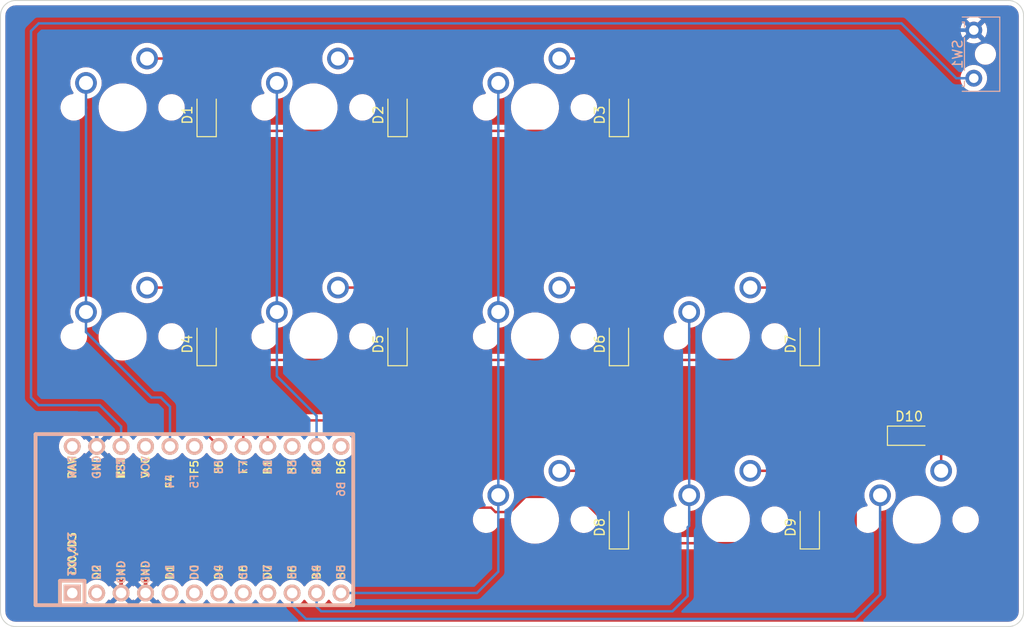
<source format=kicad_pcb>
(kicad_pcb (version 20211014) (generator pcbnew)
  (layers (0 "F.Cu" signal) (31 "B.Cu" signal) (34 "B.Paste" user) (35 "F.Paste" user) (36 "B.SilkS" user "B.Silkscreen") (37 "F.SilkS" user "F.Silkscreen") (38 "B.Mask" user) (39 "F.Mask" user) (44 "Edge.Cuts" user))
  (net 0 "")
  (net 1 "/ROW0")
  (net 2 "Net-(D1-Pad2)")
  (net 3 "Net-(D2-Pad2)")
  (net 4 "Net-(D3-Pad2)")
  (net 5 "/ROW1")
  (net 6 "Net-(D4-Pad2)")
  (net 7 "Net-(D5-Pad2)")
  (net 8 "Net-(D6-Pad2)")
  (net 9 "Net-(D7-Pad2)")
  (net 10 "/ROW2")
  (net 11 "Net-(D8-Pad2)")
  (net 12 "Net-(D9-Pad2)")
  (net 13 "Net-(D10-Pad2)")
  (net 14 "/COL0")
  (net 15 "/COL1")
  (net 16 "/COL2")
  (net 17 "/COL3")
  (net 18 "/COL4")
  (net 19 "GND")
  (net 20 "Net-(SW1-Pad1)")
  (net 28 "+5V")
  (footprint "Diode_SMD:D_SOD-123" (layer "F.Cu") (at 150.01875 73.81875 90)
    (fp_text reference "D4" (at 0 -2 90) (layer "F.SilkS"))
    (fp_text value "D_Small")
    (fp_line (start -2.25 -1) (end 1.65 -1) (layer "F.SilkS") (width 0.12))
    (fp_line (start -2.25 -1) (end -2.25 1) (layer "F.SilkS") (width 0.12))
    (fp_line (start -2.25 1) (end 1.65 1) (layer "F.SilkS") (width 0.12))
    (pad "1" smd rect (at -1.65 0 90) (size 0.9 1.2) (layers "F.Cu" "F.Paste" "F.Mask") (net 5 "/ROW1"))
    (pad "2" smd rect (at 1.65 0 90) (size 0.9 1.2) (layers "F.Cu" "F.Paste" "F.Mask") (net 6 "Net-(D4-Pad2)"))
  )
  (footprint "Diode_SMD:D_SOD-123" (layer "F.Cu") (at 212.725 73.81875 90)
    (fp_text reference "D7" (at 0 -2 90) (layer "F.SilkS"))
    (fp_text value "D_Small")
    (fp_line (start -2.25 -1) (end -2.25 1) (layer "F.SilkS") (width 0.12))
    (fp_line (start -2.25 1) (end 1.65 1) (layer "F.SilkS") (width 0.12))
    (fp_line (start -2.25 -1) (end 1.65 -1) (layer "F.SilkS") (width 0.12))
    (pad "1" smd rect (at -1.65 0 90) (size 0.9 1.2) (layers "F.Cu" "F.Paste" "F.Mask") (net 5 "/ROW1"))
    (pad "2" smd rect (at 1.65 0 90) (size 0.9 1.2) (layers "F.Cu" "F.Paste" "F.Mask") (net 9 "Net-(D7-Pad2)"))
  )
  (footprint "MX_Only:MXOnly-1U-NoLED" (layer "F.Cu") (at 184.15 49.2125)
    (fp_text reference "MX3")
    (fp_text value "MX-NoLED")
    (pad "" np_thru_hole circle locked (at 0 0) (size 3.9878 3.9878) (drill 3.9878) (layers *.Cu *.Mask))
    (pad "" np_thru_hole circle locked (at -5.08 0 48.0996) (size 1.75 1.75) (drill 1.75) (layers *.Cu *.Mask))
    (pad "" np_thru_hole circle locked (at 5.08 0 48.0996) (size 1.75 1.75) (drill 1.75) (layers *.Cu *.Mask))
    (pad "1" thru_hole circle locked (at -3.81 -2.54) (size 2.25 2.25) (drill 1.47) (layers *.Cu "B.Mask") (net 16 "/COL2"))
    (pad "2" thru_hole circle locked (at 2.54 -5.08) (size 2.25 2.25) (drill 1.47) (layers *.Cu "B.Mask") (net 4 "Net-(D3-Pad2)"))
  )
  (footprint "MX_Only:MXOnly-1U-NoLED" (layer "F.Cu") (at 203.99375 73.025)
    (fp_text reference "MX7")
    (fp_text value "MX-NoLED")
    (pad "" np_thru_hole circle locked (at 5.08 0 48.0996) (size 1.75 1.75) (drill 1.75) (layers *.Cu *.Mask))
    (pad "" np_thru_hole circle locked (at 0 0) (size 3.9878 3.9878) (drill 3.9878) (layers *.Cu *.Mask))
    (pad "" np_thru_hole circle locked (at -5.08 0 48.0996) (size 1.75 1.75) (drill 1.75) (layers *.Cu *.Mask))
    (pad "1" thru_hole circle locked (at -3.81 -2.54) (size 2.25 2.25) (drill 1.47) (layers *.Cu "B.Mask") (net 17 "/COL3"))
    (pad "2" thru_hole circle locked (at 2.54 -5.08) (size 2.25 2.25) (drill 1.47) (layers *.Cu "B.Mask") (net 9 "Net-(D7-Pad2)"))
  )
  (footprint "MX_Only:MXOnly-1U-NoLED" (layer "F.Cu") (at 161.13125 73.025)
    (fp_text reference "MX5")
    (fp_text value "MX-NoLED")
    (pad "" np_thru_hole circle locked (at 5.08 0 48.0996) (size 1.75 1.75) (drill 1.75) (layers *.Cu *.Mask))
    (pad "" np_thru_hole circle locked (at -5.08 0 48.0996) (size 1.75 1.75) (drill 1.75) (layers *.Cu *.Mask))
    (pad "" np_thru_hole circle locked (at 0 0) (size 3.9878 3.9878) (drill 3.9878) (layers *.Cu *.Mask))
    (pad "1" thru_hole circle locked (at -3.81 -2.54) (size 2.25 2.25) (drill 1.47) (layers *.Cu "B.Mask") (net 15 "/COL1"))
    (pad "2" thru_hole circle locked (at 2.54 -5.08) (size 2.25 2.25) (drill 1.47) (layers *.Cu "B.Mask") (net 7 "Net-(D5-Pad2)"))
  )
  (footprint "MX_Only:MXOnly-1U-NoLED" (layer "F.Cu") (at 161.13125 49.2125)
    (fp_text reference "MX2")
    (fp_text value "MX-NoLED")
    (pad "" np_thru_hole circle locked (at 5.08 0 48.0996) (size 1.75 1.75) (drill 1.75) (layers *.Cu *.Mask))
    (pad "" np_thru_hole circle locked (at 0 0) (size 3.9878 3.9878) (drill 3.9878) (layers *.Cu *.Mask))
    (pad "" np_thru_hole circle locked (at -5.08 0 48.0996) (size 1.75 1.75) (drill 1.75) (layers *.Cu *.Mask))
    (pad "1" thru_hole circle locked (at -3.81 -2.54) (size 2.25 2.25) (drill 1.47) (layers *.Cu "B.Mask") (net 15 "/COL1"))
    (pad "2" thru_hole circle locked (at 2.54 -5.08) (size 2.25 2.25) (drill 1.47) (layers *.Cu "B.Mask") (net 3 "Net-(D2-Pad2)"))
  )
  (footprint "MX_Only:MXOnly-1U-NoLED" (layer "F.Cu") (at 141.2875 73.025)
    (fp_text reference "MX4")
    (fp_text value "MX-NoLED")
    (pad "" np_thru_hole circle locked (at 0 0) (size 3.9878 3.9878) (drill 3.9878) (layers *.Cu *.Mask))
    (pad "" np_thru_hole circle locked (at -5.08 0 48.0996) (size 1.75 1.75) (drill 1.75) (layers *.Cu *.Mask))
    (pad "" np_thru_hole circle locked (at 5.08 0 48.0996) (size 1.75 1.75) (drill 1.75) (layers *.Cu *.Mask))
    (pad "1" thru_hole circle locked (at -3.81 -2.54) (size 2.25 2.25) (drill 1.47) (layers *.Cu "B.Mask") (net 14 "/COL0"))
    (pad "2" thru_hole circle locked (at 2.54 -5.08) (size 2.25 2.25) (drill 1.47) (layers *.Cu "B.Mask") (net 6 "Net-(D4-Pad2)"))
  )
  (footprint "MX_Only:MXOnly-1U-NoLED" (layer "F.Cu") (at 184.15 73.025)
    (fp_text reference "MX6")
    (fp_text value "MX-NoLED")
    (pad "" np_thru_hole circle locked (at -5.08 0 48.0996) (size 1.75 1.75) (drill 1.75) (layers *.Cu *.Mask))
    (pad "" np_thru_hole circle locked (at 5.08 0 48.0996) (size 1.75 1.75) (drill 1.75) (layers *.Cu *.Mask))
    (pad "" np_thru_hole circle locked (at 0 0) (size 3.9878 3.9878) (drill 3.9878) (layers *.Cu *.Mask))
    (pad "1" thru_hole circle locked (at -3.81 -2.54) (size 2.25 2.25) (drill 1.47) (layers *.Cu "B.Mask") (net 16 "/COL2"))
    (pad "2" thru_hole circle locked (at 2.54 -5.08) (size 2.25 2.25) (drill 1.47) (layers *.Cu "B.Mask") (net 8 "Net-(D6-Pad2)"))
  )
  (footprint "Diode_SMD:D_SOD-123" (layer "F.Cu") (at 192.88125 92.86875 90)
    (fp_text reference "D8" (at 0 -2 90) (layer "F.SilkS"))
    (fp_text value "D_Small")
    (fp_line (start -2.25 -1) (end 1.65 -1) (layer "F.SilkS") (width 0.12))
    (fp_line (start -2.25 1) (end 1.65 1) (layer "F.SilkS") (width 0.12))
    (fp_line (start -2.25 -1) (end -2.25 1) (layer "F.SilkS") (width 0.12))
    (pad "1" smd rect (at -1.65 0 90) (size 0.9 1.2) (layers "F.Cu" "F.Paste" "F.Mask") (net 10 "/ROW2"))
    (pad "2" smd rect (at 1.65 0 90) (size 0.9 1.2) (layers "F.Cu" "F.Paste" "F.Mask") (net 11 "Net-(D8-Pad2)"))
  )
  (footprint "Diode_SMD:D_SOD-123" (layer "F.Cu") (at 212.725 92.86875 90)
    (fp_text reference "D9" (at 0 -2 90) (layer "F.SilkS"))
    (fp_text value "D_Small")
    (fp_line (start -2.25 -1) (end 1.65 -1) (layer "F.SilkS") (width 0.12))
    (fp_line (start -2.25 1) (end 1.65 1) (layer "F.SilkS") (width 0.12))
    (fp_line (start -2.25 -1) (end -2.25 1) (layer "F.SilkS") (width 0.12))
    (pad "1" smd rect (at -1.65 0 90) (size 0.9 1.2) (layers "F.Cu" "F.Paste" "F.Mask") (net 10 "/ROW2"))
    (pad "2" smd rect (at 1.65 0 90) (size 0.9 1.2) (layers "F.Cu" "F.Paste" "F.Mask") (net 12 "Net-(D9-Pad2)"))
  )
  (footprint "Diode_SMD:D_SOD-123" (layer "F.Cu") (at 169.8625 73.81875 90)
    (fp_text reference "D5" (at 0 -2 90) (layer "F.SilkS"))
    (fp_text value "D_Small")
    (fp_line (start -2.25 -1) (end 1.65 -1) (layer "F.SilkS") (width 0.12))
    (fp_line (start -2.25 1) (end 1.65 1) (layer "F.SilkS") (width 0.12))
    (fp_line (start -2.25 -1) (end -2.25 1) (layer "F.SilkS") (width 0.12))
    (pad "1" smd rect (at -1.65 0 90) (size 0.9 1.2) (layers "F.Cu" "F.Paste" "F.Mask") (net 5 "/ROW1"))
    (pad "2" smd rect (at 1.65 0 90) (size 0.9 1.2) (layers "F.Cu" "F.Paste" "F.Mask") (net 7 "Net-(D5-Pad2)"))
  )
  (footprint "Diode_SMD:D_SOD-123" (layer "F.Cu") (at 192.88125 73.81875 90)
    (fp_text reference "D6" (at 0 -2 90) (layer "F.SilkS"))
    (fp_text value "D_Small")
    (fp_line (start -2.25 -1) (end 1.65 -1) (layer "F.SilkS") (width 0.12))
    (fp_line (start -2.25 1) (end 1.65 1) (layer "F.SilkS") (width 0.12))
    (fp_line (start -2.25 -1) (end -2.25 1) (layer "F.SilkS") (width 0.12))
    (pad "1" smd rect (at -1.65 0 90) (size 0.9 1.2) (layers "F.Cu" "F.Paste" "F.Mask") (net 5 "/ROW1"))
    (pad "2" smd rect (at 1.65 0 90) (size 0.9 1.2) (layers "F.Cu" "F.Paste" "F.Mask") (net 8 "Net-(D6-Pad2)"))
  )
  (footprint "MX_Only:MXOnly-1U-NoLED" (layer "F.Cu") (at 203.99375 92.075)
    (fp_text reference "MX9")
    (fp_text value "MX-NoLED")
    (pad "" np_thru_hole circle locked (at 0 0) (size 3.9878 3.9878) (drill 3.9878) (layers *.Cu *.Mask))
    (pad "" np_thru_hole circle locked (at 5.08 0 48.0996) (size 1.75 1.75) (drill 1.75) (layers *.Cu *.Mask))
    (pad "" np_thru_hole circle locked (at -5.08 0 48.0996) (size 1.75 1.75) (drill 1.75) (layers *.Cu *.Mask))
    (pad "1" thru_hole circle locked (at -3.81 -2.54) (size 2.25 2.25) (drill 1.47) (layers *.Cu "B.Mask") (net 17 "/COL3"))
    (pad "2" thru_hole circle locked (at 2.54 -5.08) (size 2.25 2.25) (drill 1.47) (layers *.Cu "B.Mask") (net 12 "Net-(D9-Pad2)"))
  )
  (footprint "MX_Only:MXOnly-1U-NoLED" (layer "F.Cu") (at 184.15 92.075)
    (fp_text reference "MX8")
    (fp_text value "MX-NoLED")
    (pad "" np_thru_hole circle locked (at 5.08 0 48.0996) (size 1.75 1.75) (drill 1.75) (layers *.Cu *.Mask))
    (pad "" np_thru_hole circle locked (at -5.08 0 48.0996) (size 1.75 1.75) (drill 1.75) (layers *.Cu *.Mask))
    (pad "" np_thru_hole circle locked (at 0 0) (size 3.9878 3.9878) (drill 3.9878) (layers *.Cu *.Mask))
    (pad "1" thru_hole circle locked (at -3.81 -2.54) (size 2.25 2.25) (drill 1.47) (layers *.Cu "B.Mask") (net 16 "/COL2"))
    (pad "2" thru_hole circle locked (at 2.54 -5.08) (size 2.25 2.25) (drill 1.47) (layers *.Cu "B.Mask") (net 11 "Net-(D8-Pad2)"))
  )
  (footprint "Diode_SMD:D_SOD-123" (layer "F.Cu") (at 150.01875 50.00625 90)
    (fp_text reference "D1" (at 0 -2 90) (layer "F.SilkS"))
    (fp_text value "D_Small")
    (fp_line (start -2.25 1) (end 1.65 1) (layer "F.SilkS") (width 0.12))
    (fp_line (start -2.25 -1) (end 1.65 -1) (layer "F.SilkS") (width 0.12))
    (fp_line (start -2.25 -1) (end -2.25 1) (layer "F.SilkS") (width 0.12))
    (pad "1" smd rect (at -1.65 0 90) (size 0.9 1.2) (layers "F.Cu" "F.Paste" "F.Mask") (net 1 "/ROW0"))
    (pad "2" smd rect (at 1.65 0 90) (size 0.9 1.2) (layers "F.Cu" "F.Paste" "F.Mask") (net 2 "Net-(D1-Pad2)"))
  )
  (footprint "Keebio-Parts:ArduinoProMicro" (layer "F.Cu") (at 150.01875 92.075)
    (fp_text reference "U1" hide)
    (fp_text value "ProMicro" hide)
    (fp_text user "GND" (at -8.89 5.461 90) (layer "B.SilkS") (effects (font (size 0.8 0.8)) (justify mirror)))
    (fp_text user "D0" (at -1.27 5.461 90) (layer "B.SilkS") (effects (font (size 0.8 0.8)) (justify mirror)))
    (fp_text user "F5" (at -1.27 -3.96875 90) (layer "B.SilkS") (effects (font (size 0.8 0.8)) (justify mirror)))
    (fp_text user "B1" (at 6.35 -5.461 90) (layer "B.SilkS") (effects (font (size 0.8 0.8)) (justify mirror)))
    (fp_text user "VCC" (at -6.35 -5.461 90) (layer "B.SilkS") (effects (font (size 0.8 0.8)) (justify mirror)))
    (fp_text user "F7" (at 3.81 -5.461 90) (layer "B.SilkS") (effects (font (size 0.8 0.8)) (justify mirror)))
    (fp_text user "C6" (at 3.81 5.461 90) (layer "B.SilkS") (effects (font (size 0.8 0.8)) (justify mirror)))
    (fp_text user "ST" (at -8.91 -5.04 90) (layer "B.SilkS") (effects (font (size 0.8 0.8)) (justify mirror)))
    (fp_text user "F4" (at -3.81 -3.96875 90) (layer "B.SilkS") (effects (font (size 0.8 0.8)) (justify mirror)))
    (fp_text user "RAW" (at -13.97 -5.461 90) (layer "B.SilkS") (effects (font (size 0.8 0.8)) (justify mirror)))
    (fp_text user "F6" (at 1.27 -5.461 90) (layer "B.SilkS") (effects (font (size 0.8 0.8)) (justify mirror)))
    (fp_text user "B6" (at 13.97 -3.175 90) (layer "B.SilkS") (effects (font (size 0.8 0.8)) (justify mirror)))
    (fp_text user "B2" (at 11.43 -5.461 90) (layer "B.SilkS") (effects (font (size 0.8 0.8)) (justify mirror)))
    (fp_text user "D1" (at -3.81 5.461 90) (layer "B.SilkS") (effects (font (size 0.8 0.8)) (justify mirror)))
    (fp_text user "D7" (at 6.35 5.461 90) (layer "B.SilkS") (effects (font (size 0.8 0.8)) (justify mirror)))
    (fp_text user "D2" (at -11.43 5.461 90) (layer "B.SilkS") (effects (font (size 0.8 0.8)) (justify mirror)))
    (fp_text user "B4" (at 11.43 5.461 90) (layer "B.SilkS") (effects (font (size 0.8 0.8)) (justify mirror)))
    (fp_text user "E6" (at 8.89 5.461 90) (layer "B.SilkS") (effects (font (size 0.8 0.8)) (justify mirror)))
    (fp_text user "B3" (at 8.89 -5.461 90) (layer "B.SilkS") (effects (font (size 0.8 0.8)) (justify mirror)))
    (fp_text user "GND" (at -6.35 5.461 90) (layer "B.SilkS") (effects (font (size 0.8 0.8)) (justify mirror)))
    (fp_text user "B5" (at 13.97 5.461 90) (layer "B.SilkS") (effects (font (size 0.8 0.8)) (justify mirror)))
    (fp_text user "TX0/D3" (at -13.97 3.571872 90) (layer "B.SilkS") (effects (font (size 0.8 0.8)) (justify mirror)))
    (fp_text user "D4" (at 1.27 5.461 90) (layer "B.SilkS") (effects (font (size 0.8 0.8)) (justify mirror)))
    (fp_text user "GND" (at -11.43 -5.461 90) (layer "B.SilkS") (effects (font (size 0.8 0.8)) (justify mirror)))
    (fp_text user "B4" (at 11.43 5.461 90) (layer "F.SilkS") (effects (font (size 0.8 0.8))))
    (fp_text user "GND" (at -6.35 5.461 90) (layer "F.SilkS") (effects (font (size 0.8 0.8))))
    (fp_text user "TX0/D3" (at -13.97 3.571872 90) (layer "F.SilkS") (effects (font (size 0.8 0.8))))
    (fp_text user "ST" (at -8.92 -5.73312 90) (layer "F.SilkS") (effects (font (size 0.8 0.8))))
    (fp_text user "D4" (at 1.27 5.461 90) (layer "F.SilkS") (effects (font (size 0.8 0.8))))
    (fp_text user "E6" (at 8.89 5.461 90) (layer "F.SilkS") (effects (font (size 0.8 0.8))))
    (fp_text user "RAW" (at -13.97 -5.461 90) (layer "F.SilkS") (effects (font (size 0.8 0.8))))
    (fp_text user "B2" (at 11.43 -5.461 90) (layer "F.SilkS") (effects (font (size 0.8 0.8))))
    (fp_text user "B6" (at 13.97 -5.461 90) (layer "F.SilkS") (effects (font (size 0.8 0.8))))
    (fp_text user "F6" (at 1.27 -5.461 90) (layer "F.SilkS") (effects (font (size 0.8 0.8))))
    (fp_text user "F7" (at 3.81 -5.461 90) (layer "F.SilkS") (effects (font (size 0.8 0.8))))
    (fp_text user "D2" (at -11.43 5.461 90) (layer "F.SilkS") (effects (font (size 0.8 0.8))))
    (fp_text user "C6" (at 3.81 5.461 90) (layer "F.SilkS") (effects (font (size 0.8 0.8))))
    (fp_text user "D7" (at 6.35 5.461 90) (layer "F.SilkS") (effects (font (size 0.8 0.8))))
    (fp_text user "B5" (at 13.97 5.461 90) (layer "F.SilkS") (effects (font (size 0.8 0.8))))
    (fp_text user "B3" (at 8.89 -5.461 90) (layer "F.SilkS") (effects (font (size 0.8 0.8))))
    (fp_text user "GND" (at -11.43 -5.461 90) (layer "F.SilkS") (effects (font (size 0.8 0.8))))
    (fp_text user "VCC" (at -6.35 -5.461 90) (layer "F.SilkS") (effects (font (size 0.8 0.8))))
    (fp_text user "F4" (at -3.81 -3.96875 90) (layer "F.SilkS") (effects (font (size 0.8 0.8))))
    (fp_text user "GND" (at -8.89 5.461 90) (layer "F.SilkS") (effects (font (size 0.8 0.8))))
    (fp_text user "F5" (at -1.27 -5.461 90) (layer "F.SilkS") (effects (font (size 0.8 0.8))))
    (fp_text user "D0" (at -1.27 5.461 90) (layer "F.SilkS") (effects (font (size 0.8 0.8))))
    (fp_text user "D1" (at -3.81 5.461 90) (layer "F.SilkS") (effects (font (size 0.8 0.8))))
    (fp_text user "B1" (at 6.35 -5.461 90) (layer "F.SilkS") (effects (font (size 0.8 0.8))))
    (fp_line (start -12.7 6.35) (end -12.7 8.89) (layer "B.SilkS") (width 0.381))
    (fp_line (start 15.24 8.89) (end 15.24 -8.89) (layer "B.SilkS") (width 0.381))
    (fp_line (start -15.24 6.35) (end -12.7 6.35) (layer "B.SilkS") (width 0.381))
    (fp_line (start 15.24 -8.89) (end -17.78 -8.89) (layer "B.SilkS") (width 0.381))
    (fp_line (start -17.78 8.89) (end 15.24 8.89) (layer "B.SilkS") (width 0.381))
    (fp_line (start -15.24 6.35) (end -15.24 8.89) (layer "B.SilkS") (width 0.381))
    (fp_line (start -17.78 -8.89) (end -17.78 8.89) (layer "B.SilkS") (width 0.381))
    (fp_poly (pts (xy -8.75097 -5.844635) (xy -8.55097 -5.844635) (xy -8.55097 -5.944635) (xy -8.75097 -5.944635)) (layer "B.SilkS") (width 0.15) (fill solid))
    (fp_poly (pts (xy -9.35097 -6.244635) (xy -8.55097 -6.244635) (xy -8.55097 -6.344635) (xy -9.35097 -6.344635)) (layer "B.SilkS") (width 0.15) (fill solid))
    (fp_poly (pts (xy -9.35097 -5.844635) (xy -9.25097 -5.844635) (xy -9.25097 -6.344635) (xy -9.35097 -6.344635)) (layer "B.SilkS") (width 0.15) (fill solid))
    (fp_poly (pts (xy -9.35097 -5.844635) (xy -9.05097 -5.844635) (xy -9.05097 -5.944635) (xy -9.35097 -5.944635)) (layer "B.SilkS") (width 0.15) (fill solid))
    (fp_poly (pts (xy -8.95097 -6.044635) (xy -8.85097 -6.044635) (xy -8.85097 -6.144635) (xy -8.95097 -6.144635)) (layer "B.SilkS") (width 0.15) (fill solid))
    (fp_line (start -15.24 6.35) (end -12.7 6.35) (layer "F.SilkS") (width 0.381))
    (fp_line (start -12.7 6.35) (end -12.7 8.89) (layer "F.SilkS") (width 0.381))
    (fp_line (start 15.24 8.89) (end 15.24 -8.89) (layer "F.SilkS") (width 0.381))
    (fp_line (start -17.78 -8.89) (end -17.78 8.89) (layer "F.SilkS") (width 0.381))
    (fp_line (start -15.24 8.89) (end 15.24 8.89) (layer "F.SilkS") (width 0.381))
    (fp_line (start 15.24 -8.89) (end -15.24 -8.89) (layer "F.SilkS") (width 0.381))
    (fp_line (start -15.24 -8.89) (end -17.78 -8.89) (layer "F.SilkS") (width 0.381))
    (fp_line (start -15.24 6.35) (end -15.24 8.89) (layer "F.SilkS") (width 0.381))
    (fp_line (start -17.78 8.89) (end -15.24 8.89) (layer "F.SilkS") (width 0.381))
    (fp_poly (pts (xy -8.76064 -4.931568) (xy -8.56064 -4.931568) (xy -8.56064 -4.831568) (xy -8.76064 -4.831568)) (layer "F.SilkS") (width 0.15) (fill solid))
    (fp_poly (pts (xy -8.96064 -4.731568) (xy -8.86064 -4.731568) (xy -8.86064 -4.631568) (xy -8.96064 -4.631568)) (layer "F.SilkS") (width 0.15) (fill solid))
    (fp_poly (pts (xy -9.36064 -4.531568) (xy -8.56064 -4.531568) (xy -8.56064 -4.431568) (xy -9.36064 -4.431568)) (layer "F.SilkS") (width 0.15) (fill solid))
    (fp_poly (pts (xy -9.36064 -4.931568) (xy -9.06064 -4.931568) (xy -9.06064 -4.831568) (xy -9.36064 -4.831568)) (layer "F.SilkS") (width 0.15) (fill solid))
    (fp_poly (pts (xy -9.36064 -4.931568) (xy -9.26064 -4.931568) (xy -9.26064 -4.431568) (xy -9.36064 -4.431568)) (layer "F.SilkS") (width 0.15) (fill solid))
    (pad "1" thru_hole rect locked (at -13.97 7.62) (size 1.7526 1.7526) (drill 1.0922) (layers *.Cu *.SilkS *.Mask))
    (pad "2" thru_hole circle locked (at -11.43 7.62) (size 1.7526 1.7526) (drill 1.0922) (layers *.Cu *.SilkS *.Mask))
    (pad "3" thru_hole circle locked (at -8.89 7.62) (size 1.7526 1.7526) (drill 1.0922) (layers *.Cu *.SilkS *.Mask) (net 19 "GND"))
    (pad "4" thru_hole circle locked (at -6.35 7.62) (size 1.7526 1.7526) (drill 1.0922) (layers *.Cu *.SilkS *.Mask) (net 19 "GND"))
    (pad "5" thru_hole circle locked (at -3.81 7.62) (size 1.7526 1.7526) (drill 1.0922) (layers *.Cu *.SilkS *.Mask))
    (pad "6" thru_hole circle locked (at -1.27 7.62) (size 1.7526 1.7526) (drill 1.0922) (layers *.Cu *.SilkS *.Mask))
    (pad "7" thru_hole circle locked (at 1.27 7.62) (size 1.7526 1.7526) (drill 1.0922) (layers *.Cu *.SilkS *.Mask))
    (pad "8" thru_hole circle locked (at 3.81 7.62) (size 1.7526 1.7526) (drill 1.0922) (layers *.Cu *.SilkS *.Mask))
    (pad "9" thru_hole circle locked (at 6.35 7.62) (size 1.7526 1.7526) (drill 1.0922) (layers *.Cu *.SilkS *.Mask))
    (pad "10" thru_hole circle locked (at 8.89 7.62) (size 1.7526 1.7526) (drill 1.0922) (layers *.Cu *.SilkS *.Mask) (net 18 "/COL4"))
    (pad "11" thru_hole circle locked (at 11.43 7.62) (size 1.7526 1.7526) (drill 1.0922) (layers *.Cu *.SilkS *.Mask) (net 17 "/COL3"))
    (pad "12" thru_hole circle locked (at 13.97 7.62) (size 1.7526 1.7526) (drill 1.0922) (layers *.Cu *.SilkS *.Mask) (net 16 "/COL2"))
    (pad "13" thru_hole circle locked (at 13.97 -7.62) (size 1.7526 1.7526) (drill 1.0922) (layers *.Cu *.SilkS *.Mask))
    (pad "14" thru_hole circle locked (at 11.43 -7.62) (size 1.7526 1.7526) (drill 1.0922) (layers *.Cu *.SilkS *.Mask) (net 15 "/COL1"))
    (pad "15" thru_hole circle locked (at 8.89 -7.62) (size 1.7526 1.7526) (drill 1.0922) (layers *.Cu *.SilkS *.Mask))
    (pad "16" thru_hole circle locked (at 6.35 -7.62) (size 1.7526 1.7526) (drill 1.0922) (layers *.Cu *.SilkS *.Mask) (net 10 "/ROW2"))
    (pad "17" thru_hole circle locked (at 3.81 -7.62) (size 1.7526 1.7526) (drill 1.0922) (layers *.Cu *.SilkS *.Mask) (net 5 "/ROW1"))
    (pad "18" thru_hole circle locked (at 1.27 -7.62) (size 1.7526 1.7526) (drill 1.0922) (layers *.Cu *.SilkS *.Mask) (net 1 "/ROW0"))
    (pad "19" thru_hole circle locked (at -1.27 -7.62) (size 1.7526 1.7526) (drill 1.0922) (layers *.Cu *.SilkS *.Mask))
    (pad "20" thru_hole circle locked (at -3.81 -7.62) (size 1.7526 1.7526) (drill 1.0922) (layers *.Cu *.SilkS *.Mask) (net 14 "/COL0"))
    (pad "21" thru_hole circle locked (at -6.35 -7.62) (size 1.7526 1.7526) (drill 1.0922) (layers *.Cu *.SilkS *.Mask) (net 28 "+5V"))
    (pad "22" thru_hole circle locked (at -8.89 -7.62) (size 1.7526 1.7526) (drill 1.0922) (layers *.Cu *.SilkS *.Mask) (net 20 "Net-(SW1-Pad1)"))
    (pad "23" thru_hole circle locked (at -11.43 -7.62) (size 1.7526 1.7526) (drill 1.0922) (layers *.Cu *.SilkS *.Mask) (net 19 "GND"))
    (pad "24" thru_hole circle locked (at -13.97 -7.62) (size 1.7526 1.7526) (drill 1.0922) (layers *.Cu *.SilkS *.Mask))
  )
  (footprint "F14:f14" (layer "F.Cu") (at 208.75625 48.41875)
    (fp_text reference "G***" hide)
    (fp_text value "LOGO" hide)
  )
  (footprint "Diode_SMD:D_SOD-123" (layer "F.Cu") (at 192.88125 50.00625 90)
    (fp_text reference "D3" (at 0 -2 90) (layer "F.SilkS"))
    (fp_text value "D_Small")
    (fp_line (start -2.25 1) (end 1.65 1) (layer "F.SilkS") (width 0.12))
    (fp_line (start -2.25 -1) (end -2.25 1) (layer "F.SilkS") (width 0.12))
    (fp_line (start -2.25 -1) (end 1.65 -1) (layer "F.SilkS") (width 0.12))
    (pad "1" smd rect (at -1.65 0 90) (size 0.9 1.2) (layers "F.Cu" "F.Paste" "F.Mask") (net 1 "/ROW0"))
    (pad "2" smd rect (at 1.65 0 90) (size 0.9 1.2) (layers "F.Cu" "F.Paste" "F.Mask") (net 4 "Net-(D3-Pad2)"))
  )
  (footprint "MX_Only:MXOnly-1U-NoLED" (layer "F.Cu") (at 223.8375 92.075)
    (fp_text reference "MX10")
    (fp_text value "MX-NoLED")
    (pad "" np_thru_hole circle locked (at 0 0) (size 3.9878 3.9878) (drill 3.9878) (layers *.Cu *.Mask))
    (pad "" np_thru_hole circle locked (at 5.08 0 48.0996) (size 1.75 1.75) (drill 1.75) (layers *.Cu *.Mask))
    (pad "" np_thru_hole circle locked (at -5.08 0 48.0996) (size 1.75 1.75) (drill 1.75) (layers *.Cu *.Mask))
    (pad "1" thru_hole circle locked (at -3.81 -2.54) (size 2.25 2.25) (drill 1.47) (layers *.Cu "B.Mask") (net 18 "/COL4"))
    (pad "2" thru_hole circle locked (at 2.54 -5.08) (size 2.25 2.25) (drill 1.47) (layers *.Cu "B.Mask") (net 13 "Net-(D10-Pad2)"))
  )
  (footprint "Diode_SMD:D_SOD-123" (layer "F.Cu") (at 169.8625 50.00625 90)
    (fp_text reference "D2" (at 0 -2 90) (layer "F.SilkS"))
    (fp_text value "D_Small")
    (fp_line (start -2.25 -1) (end -2.25 1) (layer "F.SilkS") (width 0.12))
    (fp_line (start -2.25 1) (end 1.65 1) (layer "F.SilkS") (width 0.12))
    (fp_line (start -2.25 -1) (end 1.65 -1) (layer "F.SilkS") (width 0.12))
    (pad "1" smd rect (at -1.65 0 90) (size 0.9 1.2) (layers "F.Cu" "F.Paste" "F.Mask") (net 1 "/ROW0"))
    (pad "2" smd rect (at 1.65 0 90) (size 0.9 1.2) (layers "F.Cu" "F.Paste" "F.Mask") (net 3 "Net-(D2-Pad2)"))
  )
  (footprint "MX_Only:MXOnly-1U-NoLED" (layer "F.Cu") (at 141.2875 49.2125)
    (fp_text reference "MX1")
    (fp_text value "MX-NoLED")
    (pad "" np_thru_hole circle locked (at 0 0) (size 3.9878 3.9878) (drill 3.9878) (layers *.Cu *.Mask))
    (pad "" np_thru_hole circle locked (at -5.08 0 48.0996) (size 1.75 1.75) (drill 1.75) (layers *.Cu *.Mask))
    (pad "" np_thru_hole circle locked (at 5.08 0 48.0996) (size 1.75 1.75) (drill 1.75) (layers *.Cu *.Mask))
    (pad "1" thru_hole circle locked (at -3.81 -2.54) (size 2.25 2.25) (drill 1.47) (layers *.Cu "B.Mask") (net 14 "/COL0"))
    (pad "2" thru_hole circle locked (at 2.54 -5.08) (size 2.25 2.25) (drill 1.47) (layers *.Cu "B.Mask") (net 2 "Net-(D1-Pad2)"))
  )
  (footprint "Diode_SMD:D_SOD-123" (layer "F.Cu") (at 223.04375 83.34375)
    (fp_text reference "D10" (at 0 -2) (layer "F.SilkS"))
    (fp_text value "D_Small")
    (fp_line (start -2.25 -1) (end -2.25 1) (layer "F.SilkS") (width 0.12))
    (fp_line (start -2.25 -1) (end 1.65 -1) (layer "F.SilkS") (width 0.12))
    (fp_line (start -2.25 1) (end 1.65 1) (layer "F.SilkS") (width 0.12))
    (pad "1" smd rect (at -1.65 0) (size 0.9 1.2) (layers "F.Cu" "F.Paste" "F.Mask") (net 10 "/ROW2"))
    (pad "2" smd rect (at 1.65 0) (size 0.9 1.2) (layers "F.Cu" "F.Paste" "F.Mask") (net 13 "Net-(D10-Pad2)"))
  )
  (footprint "Keebio-Parts:SW_Tactile_SPST_Angled_MJTP1117-no-mount" (layer "B.Cu") (at 229.76875 46.18125 90)
    (fp_text reference "SW1" (at 2.5 -1.68 90) (layer "B.SilkS") (effects (justify mirror)))
    (fp_text value "SW_Push")
    (fp_line (start 5.84 -0.97) (end 5.84 -1.2) (layer "B.SilkS") (width 0.12))
    (fp_line (start 5.3 -0.97) (end 5.84 -0.97) (layer "B.SilkS") (width 0.12))
    (fp_line (start 0.8 -0.97) (end 4.2 -0.97) (layer "B.SilkS") (width 0.12))
    (fp_line (start 6.36 2.7) (end 6.36 -1.2) (layer "B.SilkS") (width 0.12))
    (fp_line (start -1.36 2.7) (end -1.36 -1.2) (layer "B.SilkS") (width 0.12))
    (fp_line (start -0.84 -0.97) (end -0.3 -0.97) (layer "B.SilkS") (width 0.12))
    (fp_line (start -0.84 -0.97) (end -0.84 -1.2) (layer "B.SilkS") (width 0.12))
    (fp_line (start -1.36 2.7) (end 6.36 2.7) (layer "B.SilkS") (width 0.12))
    (pad "" np_thru_hole circle locked (at 2.5 1.21 90) (size 1.2 1.2) (drill 1.2) (layers *.Cu *.Mask))
    (pad "1" thru_hole circle locked (at 0 0 90) (size 1.75 1.75) (drill 0.99) (layers *.Cu *.Mask) (net 20 "Net-(SW1-Pad1)"))
    (pad "2" thru_hole circle locked (at 5 0 90) (size 1.75 1.75) (drill 0.99) (layers *.Cu *.Mask) (net 19 "GND"))
  )
  (footprint "F14:F14firing" (layer "B.Cu") (at 212.482549 51.835327 180)
    (fp_text reference "G***" hide)
    (fp_text value "LOGO" hide)
  )
  (gr_line (start 128.5875 101.6) (end 128.5875 39.6875) (layer "Edge.Cuts") (width 0.1))
  (gr_arc (start 128.5875 39.6875) (mid 129.052468 38.564968) (end 130.175 38.1) (layer "Edge.Cuts") (width 0.1))
  (gr_line (start 234.95 39.6875) (end 234.95 101.6) (layer "Edge.Cuts") (width 0.1))
  (gr_arc (start 130.175 103.1875) (mid 129.052468 102.722532) (end 128.5875 101.6) (layer "Edge.Cuts") (width 0.1))
  (gr_arc (start 233.3625 38.1) (mid 234.485032 38.564968) (end 234.95 39.6875) (layer "Edge.Cuts") (width 0.1))
  (gr_line (start 130.175 38.1) (end 233.3625 38.1) (layer "Edge.Cuts") (width 0.1))
  (gr_line (start 233.3625 103.1875) (end 130.175 103.1875) (layer "Edge.Cuts") (width 0.1))
  (gr_arc (start 234.95 101.6) (mid 234.485032 102.722532) (end 233.3625 103.1875) (layer "Edge.Cuts") (width 0.1))
  (segment (start 149.092239 82.258489) (end 151.28875 84.455) (width 0.254) (layer "F.Cu") (net 1))
  (segment (start 150.945261 52.582761) (end 150.945261 72.839217) (width 0.254) (layer "F.Cu") (net 1))
  (segment (start 150.01875 51.65625) (end 150.945261 52.582761) (width 0.254) (layer "F.Cu") (net 1))
  (segment (start 192.88125 51.65625) (end 150.01875 51.65625) (width 0.254) (layer "F.Cu") (net 1))
  (segment (start 150.945261 72.839217) (end 149.092239 74.692239) (width 0.254) (layer "F.Cu") (net 1))
  (segment (start 149.092239 74.692239) (end 149.092239 82.258489) (width 0.254) (layer "F.Cu") (net 1))
  (segment (start 148.11375 44.1325) (end 150.01875 46.0375) (width 0.254) (layer "F.Cu") (net 2))
  (segment (start 143.8275 44.1325) (end 148.11375 44.1325) (width 0.254) (layer "F.Cu") (net 2))
  (segment (start 150.01875 46.0375) (end 150.01875 48.35625) (width 0.254) (layer "F.Cu") (net 2))
  (segment (start 163.67125 44.1325) (end 167.9575 44.1325) (width 0.254) (layer "F.Cu") (net 3))
  (segment (start 167.9575 44.1325) (end 169.8625 46.0375) (width 0.254) (layer "F.Cu") (net 3))
  (segment (start 169.8625 46.0375) (end 169.8625 48.35625) (width 0.254) (layer "F.Cu") (net 3))
  (segment (start 186.69 44.1325) (end 190.97625 44.1325) (width 0.254) (layer "F.Cu") (net 4))
  (segment (start 192.88125 46.0375) (end 192.88125 48.35625) (width 0.254) (layer "F.Cu") (net 4))
  (segment (start 190.97625 44.1325) (end 192.88125 46.0375) (width 0.254) (layer "F.Cu") (net 4))
  (segment (start 150.8125 82.55) (end 153.19375 82.55) (width 0.254) (layer "F.Cu") (net 5))
  (segment (start 150.01875 75.46875) (end 150.01875 81.75625) (width 0.254) (layer "F.Cu") (net 5))
  (segment (start 153.19375 82.55) (end 153.82875 83.185) (width 0.254) (layer "F.Cu") (net 5))
  (segment (start 153.82875 83.185) (end 153.82875 84.455) (width 0.254) (layer "F.Cu") (net 5))
  (segment (start 150.01875 81.75625) (end 150.8125 82.55) (width 0.254) (layer "F.Cu") (net 5))
  (segment (start 212.725 75.46875) (end 150.01875 75.46875) (width 0.254) (layer "F.Cu") (net 5))
  (segment (start 148.11375 67.945) (end 150.01875 69.85) (width 0.254) (layer "F.Cu") (net 6))
  (segment (start 150.01875 69.85) (end 150.01875 72.16875) (width 0.254) (layer "F.Cu") (net 6))
  (segment (start 143.8275 67.945) (end 148.11375 67.945) (width 0.254) (layer "F.Cu") (net 6))
  (segment (start 167.9575 67.945) (end 169.8625 69.85) (width 0.254) (layer "F.Cu") (net 7))
  (segment (start 163.67125 67.945) (end 167.9575 67.945) (width 0.254) (layer "F.Cu") (net 7))
  (segment (start 169.8625 69.85) (end 169.8625 72.16875) (width 0.254) (layer "F.Cu") (net 7))
  (segment (start 190.97625 67.945) (end 192.88125 69.85) (width 0.254) (layer "F.Cu") (net 8))
  (segment (start 186.69 67.945) (end 190.97625 67.945) (width 0.254) (layer "F.Cu") (net 8))
  (segment (start 192.88125 69.85) (end 192.88125 72.16875) (width 0.254) (layer "F.Cu") (net 8))
  (segment (start 212.725 69.85) (end 212.725 72.16875) (width 0.254) (layer "F.Cu") (net 9))
  (segment (start 210.82 67.945) (end 212.725 69.85) (width 0.254) (layer "F.Cu") (net 9))
  (segment (start 206.53375 67.945) (end 210.82 67.945) (width 0.254) (layer "F.Cu") (net 9))
  (segment (start 183.168138 89.704579) (end 181.591467 91.28125) (width 0.254) (layer "F.Cu") (net 10))
  (segment (start 221.39375 84.19775) (end 217.4875 88.104) (width 0.254) (layer "F.Cu") (net 10))
  (segment (start 172.579729 90.823479) (end 163.5125 81.75625) (width 0.254) (layer "F.Cu") (net 10))
  (segment (start 157.1625 81.75625) (end 156.36875 82.55) (width 0.254) (layer "F.Cu") (net 10))
  (segment (start 179.588398 90.823479) (end 172.579729 90.823479) (width 0.254) (layer "F.Cu") (net 10))
  (segment (start 192.88125 93.81475) (end 188.771079 89.704579) (width 0.254) (layer "F.Cu") (net 10))
  (segment (start 156.36875 82.55) (end 156.36875 84.455) (width 0.254) (layer "F.Cu") (net 10))
  (segment (start 221.39375 83.34375) (end 221.39375 84.19775) (width 0.254) (layer "F.Cu") (net 10))
  (segment (start 188.771079 89.704579) (end 183.168138 89.704579) (width 0.254) (layer "F.Cu") (net 10))
  (segment (start 181.591467 91.28125) (end 180.046169 91.28125) (width 0.254) (layer "F.Cu") (net 10))
  (segment (start 163.5125 81.75625) (end 157.1625 81.75625) (width 0.254) (layer "F.Cu") (net 10))
  (segment (start 212.725 94.51875) (end 192.88125 94.51875) (width 0.254) (layer "F.Cu") (net 10))
  (segment (start 192.88125 94.51875) (end 192.88125 93.81475) (width 0.254) (layer "F.Cu") (net 10))
  (segment (start 180.046169 91.28125) (end 179.588398 90.823479) (width 0.254) (layer "F.Cu") (net 10))
  (segment (start 215.8375 94.51875) (end 212.725 94.51875) (width 0.254) (layer "F.Cu") (net 10))
  (segment (start 217.4875 88.104) (end 217.4875 92.86875) (width 0.254) (layer "F.Cu") (net 10))
  (segment (start 217.4875 92.86875) (end 215.8375 94.51875) (width 0.254) (layer "F.Cu") (net 10))
  (segment (start 186.69 86.995) (end 190.97625 86.995) (width 0.254) (layer "F.Cu") (net 11))
  (segment (start 190.97625 86.995) (end 192.88125 88.9) (width 0.254) (layer "F.Cu") (net 11))
  (segment (start 192.88125 88.9) (end 192.88125 91.21875) (width 0.254) (layer "F.Cu") (net 11))
  (segment (start 206.53375 86.995) (end 210.02625 86.995) (width 0.254) (layer "F.Cu") (net 12))
  (segment (start 212.725 89.69375) (end 212.725 91.21875) (width 0.254) (layer "F.Cu") (net 12))
  (segment (start 210.02625 86.995) (end 212.725 89.69375) (width 0.254) (layer "F.Cu") (net 12))
  (segment (start 226.3775 86.995) (end 226.3775 85.0275) (width 0.254) (layer "F.Cu") (net 13))
  (segment (start 226.3775 85.0275) (end 224.69375 83.34375) (width 0.254) (layer "F.Cu") (net 13))
  (segment (start 137.4775 72.567283) (end 144.285217 79.375) (width 0.254) (layer "B.Cu") (net 14))
  (segment (start 145.25625 79.375) (end 146.20875 80.3275) (width 0.254) (layer "B.Cu") (net 14))
  (segment (start 144.285217 79.375) (end 145.25625 79.375) (width 0.254) (layer "B.Cu") (net 14))
  (segment (start 146.20875 80.3275) (end 146.20875 84.455) (width 0.254) (layer "B.Cu") (net 14))
  (segment (start 137.4775 46.6725) (end 137.4775 70.485) (width 0.254) (layer "B.Cu") (net 14))
  (segment (start 137.4775 70.485) (end 137.4775 72.567283) (width 0.254) (layer "B.Cu") (net 14))
  (segment (start 157.32125 46.6725) (end 157.32125 70.485) (width 0.254) (layer "B.Cu") (net 15))
  (segment (start 157.32125 70.485) (end 157.32125 77.1525) (width 0.254) (layer "B.Cu") (net 15))
  (segment (start 161.44875 81.28) (end 161.44875 84.455) (width 0.254) (layer "B.Cu") (net 15))
  (segment (start 157.32125 77.1525) (end 161.44875 81.28) (width 0.254) (layer "B.Cu") (net 15))
  (segment (start 178.1175 99.695) (end 163.98875 99.695) (width 0.254) (layer "B.Cu") (net 16))
  (segment (start 180.34 97.4725) (end 178.1175 99.695) (width 0.254) (layer "B.Cu") (net 16))
  (segment (start 180.34 46.6725) (end 180.34 89.535) (width 0.254) (layer "B.Cu") (net 16))
  (segment (start 180.34 89.535) (end 180.34 97.4725) (width 0.254) (layer "B.Cu") (net 16))
  (segment (start 161.925 101.6) (end 161.44875 101.12375) (width 0.254) (layer "B.Cu") (net 17))
  (segment (start 198.4375 101.6) (end 161.925 101.6) (width 0.254) (layer "B.Cu") (net 17))
  (segment (start 200.18375 92.71) (end 200.025 92.86875) (width 0.254) (layer "B.Cu") (net 17))
  (segment (start 200.18375 89.535) (end 200.18375 92.71) (width 0.254) (layer "B.Cu") (net 17))
  (segment (start 200.025 92.86875) (end 200.025 100.0125) (width 0.254) (layer "B.Cu") (net 17))
  (segment (start 200.025 100.0125) (end 198.4375 101.6) (width 0.254) (layer "B.Cu") (net 17))
  (segment (start 161.44875 101.12375) (end 161.44875 99.695) (width 0.254) (layer "B.Cu") (net 17))
  (segment (start 200.18375 70.485) (end 200.18375 89.535) (width 0.254) (layer "B.Cu") (net 17))
  (segment (start 158.90875 100.965) (end 158.90875 99.695) (width 0.254) (layer "B.Cu") (net 18))
  (segment (start 160.3375 102.39375) (end 158.90875 100.965) (width 0.254) (layer "B.Cu") (net 18))
  (segment (start 217.4875 102.39375) (end 160.3375 102.39375) (width 0.254) (layer "B.Cu") (net 18))
  (segment (start 220.0275 99.85375) (end 217.4875 102.39375) (width 0.254) (layer "B.Cu") (net 18))
  (segment (start 220.0275 89.535) (end 220.0275 99.85375) (width 0.254) (layer "B.Cu") (net 18))
  (segment (start 138.58875 84.455) (end 141.12875 86.995) (width 0.381) (layer "F.Cu") (net 19))
  (segment (start 141.12875 86.995) (end 141.12875 92.23375) (width 0.381) (layer "F.Cu") (net 19))
  (segment (start 141.12875 92.23375) (end 141.12875 99.695) (width 0.381) (layer "F.Cu") (net 19))
  (segment (start 143.66875 99.695) (end 143.66875 94.77375) (width 0.381) (layer "F.Cu") (net 19))
  (segment (start 143.66875 94.77375) (end 141.12875 92.23375) (width 0.381) (layer "F.Cu") (net 19))
  (segment (start 229.76875 41.18125) (end 226.91875 41.18125) (width 0.381) (layer "B.Cu") (net 19))
  (segment (start 130.175 80.16875) (end 130.96875 80.9625) (width 0.381) (layer "B.Cu") (net 19))
  (segment (start 131.7625 39.6875) (end 130.175 41.275) (width 0.381) (layer "B.Cu") (net 19))
  (segment (start 136.525 80.9625) (end 138.58875 83.02625) (width 0.381) (layer "B.Cu") (net 19))
  (segment (start 226.91875 41.18125) (end 225.425 39.6875) (width 0.381) (layer "B.Cu") (net 19))
  (segment (start 130.175 41.275) (end 130.175 80.16875) (width 0.381) (layer "B.Cu") (net 19))
  (segment (start 138.58875 83.02625) (end 138.58875 84.455) (width 0.381) (layer "B.Cu") (net 19))
  (segment (start 225.425 39.6875) (end 131.7625 39.6875) (width 0.381) (layer "B.Cu") (net 19))
  (segment (start 130.96875 80.9625) (end 136.525 80.9625) (width 0.381) (layer "B.Cu") (net 19))
  (segment (start 229.76875 46.18125) (end 227.95 46.18125) (width 0.254) (layer "B.Cu") (net 20))
  (segment (start 131.7625 41.275) (end 131.7625 79.375) (width 0.254) (layer "B.Cu") (net 20))
  (segment (start 141.12875 82.39125) (end 141.12875 84.455) (width 0.254) (layer "B.Cu") (net 20))
  (segment (start 227.95 46.18125) (end 222.25 40.48125) (width 0.254) (layer "B.Cu") (net 20))
  (segment (start 222.25 40.48125) (end 132.55625 40.48125) (width 0.254) (layer "B.Cu") (net 20))
  (segment (start 132.55625 40.48125) (end 131.7625 41.275) (width 0.254) (layer "B.Cu") (net 20))
  (segment (start 132.55625 80.16875) (end 138.90625 80.16875) (width 0.254) (layer "B.Cu") (net 20))
  (segment (start 138.90625 80.16875) (end 141.12875 82.39125) (width 0.254) (layer "B.Cu") (net 20))
  (segment (start 131.7625 79.375) (end 132.55625 80.16875) (width 0.254) (layer "B.Cu") (net 20))
  (zone (net 19) (net_name "GND") (layer "F.Cu") (connect_pads (clearance 0.508)) (min_thickness 0.254) (fill yes (thermal_gap 0.508) (thermal_bridge_width 0.508))
    (polygon (pts (xy 234.95 103.1875) (xy 128.5875 103.1875) (xy 128.5875 38.1) (xy 234.95 38.1)))
  )
  (zone (net 19) (net_name "GND") (layer "B.Cu") (connect_pads (clearance 0.508)) (min_thickness 0.254) (fill yes (thermal_gap 0.508) (thermal_bridge_width 0.508))
    (polygon (pts (xy 234.95 103.1875) (xy 128.5875 103.1875) (xy 128.5875 38.1) (xy 234.95 38.1)))
  )
)
</source>
